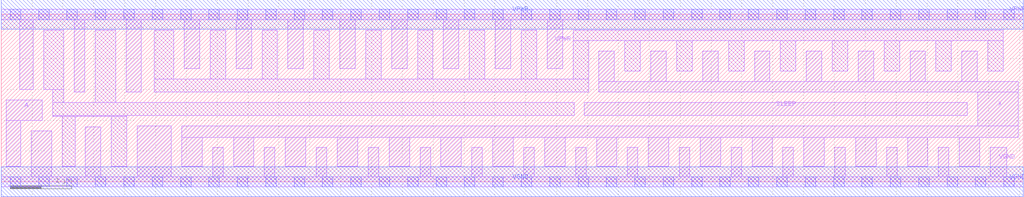
<source format=lef>
# Copyright 2020 The SkyWater PDK Authors
#
# Licensed under the Apache License, Version 2.0 (the "License");
# you may not use this file except in compliance with the License.
# You may obtain a copy of the License at
#
#     https://www.apache.org/licenses/LICENSE-2.0
#
# Unless required by applicable law or agreed to in writing, software
# distributed under the License is distributed on an "AS IS" BASIS,
# WITHOUT WARRANTIES OR CONDITIONS OF ANY KIND, either express or implied.
# See the License for the specific language governing permissions and
# limitations under the License.
#
# SPDX-License-Identifier: Apache-2.0

VERSION 5.7 ;
  NAMESCASESENSITIVE ON ;
  NOWIREEXTENSIONATPIN ON ;
  DIVIDERCHAR "/" ;
  BUSBITCHARS "[]" ;
UNITS
  DATABASE MICRONS 200 ;
END UNITS
MACRO sky130_fd_sc_hd__lpflow_isobufsrc_16
  CLASS CORE ;
  SOURCE USER ;
  FOREIGN sky130_fd_sc_hd__lpflow_isobufsrc_16 ;
  ORIGIN  0.000000  0.000000 ;
  SIZE  16.56000 BY  2.720000 ;
  SYMMETRY X Y R90 ;
  SITE unithd ;
  PIN A
    ANTENNAGATEAREA  0.990000 ;
    DIRECTION INPUT ;
    USE SIGNAL ;
    PORT
      LAYER li1 ;
        RECT 0.085000 0.255000 0.315000 0.995000 ;
        RECT 0.085000 0.995000 0.665000 1.325000 ;
    END
  END A
  PIN SLEEP
    ANTENNAGATEAREA  3.960000 ;
    DIRECTION INPUT ;
    USE SIGNAL ;
    PORT
      LAYER li1 ;
        RECT 9.450000 1.075000 15.650000 1.285000 ;
    END
  END SLEEP
  PIN X
    ANTENNADIFFAREA  4.968000 ;
    DIRECTION OUTPUT ;
    USE SIGNAL ;
    PORT
      LAYER li1 ;
        RECT  2.925000 0.255000  3.255000 0.725000 ;
        RECT  2.925000 0.725000 16.475000 0.905000 ;
        RECT  3.765000 0.255000  4.095000 0.725000 ;
        RECT  4.605000 0.255000  4.935000 0.725000 ;
        RECT  5.445000 0.255000  5.775000 0.725000 ;
        RECT  6.285000 0.255000  6.615000 0.725000 ;
        RECT  7.125000 0.255000  7.455000 0.725000 ;
        RECT  7.965000 0.255000  8.295000 0.725000 ;
        RECT  8.805000 0.255000  9.135000 0.725000 ;
        RECT  9.645000 0.255000  9.975000 0.725000 ;
        RECT  9.685000 1.455000 16.475000 1.625000 ;
        RECT  9.685000 1.625000  9.935000 2.125000 ;
        RECT 10.485000 0.255000 10.815000 0.725000 ;
        RECT 10.525000 1.625000 10.775000 2.125000 ;
        RECT 11.325000 0.255000 11.655000 0.725000 ;
        RECT 11.365000 1.625000 11.615000 2.125000 ;
        RECT 12.165000 0.255000 12.495000 0.725000 ;
        RECT 12.205000 1.625000 12.455000 2.125000 ;
        RECT 13.005000 0.255000 13.335000 0.725000 ;
        RECT 13.045000 1.625000 13.295000 2.125000 ;
        RECT 13.845000 0.255000 14.175000 0.725000 ;
        RECT 13.885000 1.625000 14.135000 2.125000 ;
        RECT 14.685000 0.255000 15.015000 0.725000 ;
        RECT 14.725000 1.625000 14.975000 2.125000 ;
        RECT 15.525000 0.255000 15.855000 0.725000 ;
        RECT 15.565000 1.625000 15.815000 2.125000 ;
        RECT 15.820000 0.905000 16.475000 1.455000 ;
    END
  END X
  PIN VGND
    DIRECTION INOUT ;
    SHAPE ABUTMENT ;
    USE GROUND ;
    PORT
      LAYER li1 ;
        RECT  0.000000 -0.085000 16.560000 0.085000 ;
        RECT  0.485000  0.085000  0.815000 0.825000 ;
        RECT  1.365000  0.085000  1.615000 0.895000 ;
        RECT  2.205000  0.085000  2.755000 0.905000 ;
        RECT  3.425000  0.085000  3.595000 0.555000 ;
        RECT  4.265000  0.085000  4.435000 0.555000 ;
        RECT  5.105000  0.085000  5.275000 0.555000 ;
        RECT  5.945000  0.085000  6.115000 0.555000 ;
        RECT  6.785000  0.085000  6.955000 0.555000 ;
        RECT  7.625000  0.085000  7.795000 0.555000 ;
        RECT  8.465000  0.085000  8.635000 0.555000 ;
        RECT  9.305000  0.085000  9.475000 0.555000 ;
        RECT 10.145000  0.085000 10.315000 0.555000 ;
        RECT 10.985000  0.085000 11.155000 0.555000 ;
        RECT 11.825000  0.085000 11.995000 0.555000 ;
        RECT 12.665000  0.085000 12.835000 0.555000 ;
        RECT 13.505000  0.085000 13.675000 0.555000 ;
        RECT 14.345000  0.085000 14.515000 0.555000 ;
        RECT 15.185000  0.085000 15.355000 0.555000 ;
        RECT 16.025000  0.085000 16.295000 0.555000 ;
      LAYER mcon ;
        RECT  0.145000 -0.085000  0.315000 0.085000 ;
        RECT  0.605000 -0.085000  0.775000 0.085000 ;
        RECT  1.065000 -0.085000  1.235000 0.085000 ;
        RECT  1.525000 -0.085000  1.695000 0.085000 ;
        RECT  1.985000 -0.085000  2.155000 0.085000 ;
        RECT  2.445000 -0.085000  2.615000 0.085000 ;
        RECT  2.905000 -0.085000  3.075000 0.085000 ;
        RECT  3.365000 -0.085000  3.535000 0.085000 ;
        RECT  3.825000 -0.085000  3.995000 0.085000 ;
        RECT  4.285000 -0.085000  4.455000 0.085000 ;
        RECT  4.745000 -0.085000  4.915000 0.085000 ;
        RECT  5.205000 -0.085000  5.375000 0.085000 ;
        RECT  5.665000 -0.085000  5.835000 0.085000 ;
        RECT  6.125000 -0.085000  6.295000 0.085000 ;
        RECT  6.585000 -0.085000  6.755000 0.085000 ;
        RECT  7.045000 -0.085000  7.215000 0.085000 ;
        RECT  7.505000 -0.085000  7.675000 0.085000 ;
        RECT  7.965000 -0.085000  8.135000 0.085000 ;
        RECT  8.425000 -0.085000  8.595000 0.085000 ;
        RECT  8.885000 -0.085000  9.055000 0.085000 ;
        RECT  9.345000 -0.085000  9.515000 0.085000 ;
        RECT  9.805000 -0.085000  9.975000 0.085000 ;
        RECT 10.265000 -0.085000 10.435000 0.085000 ;
        RECT 10.725000 -0.085000 10.895000 0.085000 ;
        RECT 11.185000 -0.085000 11.355000 0.085000 ;
        RECT 11.645000 -0.085000 11.815000 0.085000 ;
        RECT 12.105000 -0.085000 12.275000 0.085000 ;
        RECT 12.565000 -0.085000 12.735000 0.085000 ;
        RECT 13.025000 -0.085000 13.195000 0.085000 ;
        RECT 13.485000 -0.085000 13.655000 0.085000 ;
        RECT 13.945000 -0.085000 14.115000 0.085000 ;
        RECT 14.405000 -0.085000 14.575000 0.085000 ;
        RECT 14.865000 -0.085000 15.035000 0.085000 ;
        RECT 15.325000 -0.085000 15.495000 0.085000 ;
        RECT 15.785000 -0.085000 15.955000 0.085000 ;
        RECT 16.245000 -0.085000 16.415000 0.085000 ;
      LAYER met1 ;
        RECT 0.000000 -0.240000 16.560000 0.240000 ;
    END
  END VGND
  PIN VPWR
    DIRECTION INOUT ;
    SHAPE ABUTMENT ;
    USE POWER ;
    PORT
      LAYER li1 ;
        RECT 0.000000 2.635000 16.560000 2.805000 ;
        RECT 0.300000 1.495000  0.515000 2.635000 ;
        RECT 1.185000 1.455000  1.355000 2.635000 ;
        RECT 2.025000 1.455000  2.270000 2.635000 ;
        RECT 2.965000 1.835000  3.215000 2.635000 ;
        RECT 3.805000 1.835000  4.055000 2.635000 ;
        RECT 4.645000 1.835000  4.895000 2.635000 ;
        RECT 5.485000 1.835000  5.735000 2.635000 ;
        RECT 6.325000 1.835000  6.575000 2.635000 ;
        RECT 7.165000 1.835000  7.415000 2.635000 ;
        RECT 8.005000 1.835000  8.255000 2.635000 ;
        RECT 8.845000 1.835000  9.095000 2.635000 ;
      LAYER mcon ;
        RECT  0.145000 2.635000  0.315000 2.805000 ;
        RECT  0.605000 2.635000  0.775000 2.805000 ;
        RECT  1.065000 2.635000  1.235000 2.805000 ;
        RECT  1.525000 2.635000  1.695000 2.805000 ;
        RECT  1.985000 2.635000  2.155000 2.805000 ;
        RECT  2.445000 2.635000  2.615000 2.805000 ;
        RECT  2.905000 2.635000  3.075000 2.805000 ;
        RECT  3.365000 2.635000  3.535000 2.805000 ;
        RECT  3.825000 2.635000  3.995000 2.805000 ;
        RECT  4.285000 2.635000  4.455000 2.805000 ;
        RECT  4.745000 2.635000  4.915000 2.805000 ;
        RECT  5.205000 2.635000  5.375000 2.805000 ;
        RECT  5.665000 2.635000  5.835000 2.805000 ;
        RECT  6.125000 2.635000  6.295000 2.805000 ;
        RECT  6.585000 2.635000  6.755000 2.805000 ;
        RECT  7.045000 2.635000  7.215000 2.805000 ;
        RECT  7.505000 2.635000  7.675000 2.805000 ;
        RECT  7.965000 2.635000  8.135000 2.805000 ;
        RECT  8.425000 2.635000  8.595000 2.805000 ;
        RECT  8.885000 2.635000  9.055000 2.805000 ;
        RECT  9.345000 2.635000  9.515000 2.805000 ;
        RECT  9.805000 2.635000  9.975000 2.805000 ;
        RECT 10.265000 2.635000 10.435000 2.805000 ;
        RECT 10.725000 2.635000 10.895000 2.805000 ;
        RECT 11.185000 2.635000 11.355000 2.805000 ;
        RECT 11.645000 2.635000 11.815000 2.805000 ;
        RECT 12.105000 2.635000 12.275000 2.805000 ;
        RECT 12.565000 2.635000 12.735000 2.805000 ;
        RECT 13.025000 2.635000 13.195000 2.805000 ;
        RECT 13.485000 2.635000 13.655000 2.805000 ;
        RECT 13.945000 2.635000 14.115000 2.805000 ;
        RECT 14.405000 2.635000 14.575000 2.805000 ;
        RECT 14.865000 2.635000 15.035000 2.805000 ;
        RECT 15.325000 2.635000 15.495000 2.805000 ;
        RECT 15.785000 2.635000 15.955000 2.805000 ;
        RECT 16.245000 2.635000 16.415000 2.805000 ;
      LAYER met1 ;
        RECT 0.000000 2.480000 16.560000 2.960000 ;
    END
  END VPWR
  OBS
    LAYER li1 ;
      RECT  0.685000 1.495000  1.015000 2.465000 ;
      RECT  0.835000 1.065000  2.035000 1.075000 ;
      RECT  0.835000 1.075000  9.280000 1.285000 ;
      RECT  0.835000 1.285000  1.015000 1.495000 ;
      RECT  0.985000 0.255000  1.195000 1.065000 ;
      RECT  1.525000 1.285000  1.855000 2.465000 ;
      RECT  1.785000 0.255000  2.035000 1.065000 ;
      RECT  2.475000 1.455000  9.515000 1.665000 ;
      RECT  2.475000 1.665000  2.795000 2.465000 ;
      RECT  3.385000 1.665000  3.635000 2.465000 ;
      RECT  4.225000 1.665000  4.475000 2.465000 ;
      RECT  5.065000 1.665000  5.315000 2.465000 ;
      RECT  5.905000 1.665000  6.155000 2.465000 ;
      RECT  6.745000 1.665000  6.995000 2.465000 ;
      RECT  7.585000 1.665000  7.835000 2.465000 ;
      RECT  8.425000 1.665000  8.675000 2.465000 ;
      RECT  9.265000 1.665000  9.515000 2.295000 ;
      RECT  9.265000 2.295000 16.235000 2.465000 ;
      RECT 10.105000 1.795000 10.355000 2.295000 ;
      RECT 10.945000 1.795000 11.195000 2.295000 ;
      RECT 11.785000 1.795000 12.035000 2.295000 ;
      RECT 12.625000 1.795000 12.875000 2.295000 ;
      RECT 13.465000 1.795000 13.715000 2.295000 ;
      RECT 14.305000 1.795000 14.555000 2.295000 ;
      RECT 15.145000 1.795000 15.395000 2.295000 ;
      RECT 15.985000 1.795000 16.235000 2.295000 ;
  END
END sky130_fd_sc_hd__lpflow_isobufsrc_16

</source>
